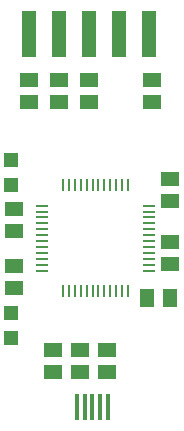
<source format=gtp>
G75*
%MOIN*%
%OFA0B0*%
%FSLAX25Y25*%
%IPPOS*%
%LPD*%
%AMOC8*
5,1,8,0,0,1.08239X$1,22.5*
%
%ADD10R,0.05118X0.05906*%
%ADD11R,0.00787X0.03937*%
%ADD12R,0.03937X0.00787*%
%ADD13R,0.03937X0.00984*%
%ADD14R,0.00984X0.03937*%
%ADD15R,0.06299X0.05118*%
%ADD16R,0.04724X0.04724*%
%ADD17R,0.05000X0.15748*%
%ADD18R,0.01575X0.09055*%
D10*
X0068366Y0063000D03*
X0075847Y0063000D03*
D11*
X0061933Y0065283D03*
X0059965Y0065283D03*
X0057996Y0065283D03*
X0056028Y0065283D03*
X0054059Y0065283D03*
X0052091Y0065283D03*
X0050122Y0065283D03*
X0048154Y0065283D03*
X0046185Y0065283D03*
X0044217Y0065283D03*
X0042248Y0065283D03*
X0040280Y0065283D03*
X0040280Y0100717D03*
X0042248Y0100717D03*
X0044217Y0100717D03*
X0046185Y0100717D03*
X0048154Y0100717D03*
X0050122Y0100717D03*
X0052091Y0100717D03*
X0054059Y0100717D03*
X0056028Y0100717D03*
X0057996Y0100717D03*
X0059965Y0100717D03*
X0061933Y0100717D03*
D12*
X0068823Y0093827D03*
X0068823Y0091858D03*
X0068823Y0089890D03*
X0068823Y0087921D03*
X0068823Y0085953D03*
X0068823Y0083984D03*
X0068823Y0082016D03*
X0068823Y0080047D03*
X0068823Y0078079D03*
X0068823Y0076110D03*
X0068823Y0074142D03*
X0068823Y0072173D03*
X0033390Y0072173D03*
X0033390Y0074142D03*
X0033390Y0076110D03*
X0033390Y0078079D03*
X0033390Y0080047D03*
X0033390Y0082016D03*
X0033390Y0083984D03*
X0033390Y0085953D03*
X0033390Y0087921D03*
X0033390Y0089890D03*
X0033390Y0091858D03*
X0033390Y0093827D03*
D13*
X0033390Y0093827D03*
X0033390Y0091858D03*
X0033390Y0089890D03*
X0033390Y0087921D03*
X0033390Y0085953D03*
X0033390Y0083984D03*
X0033390Y0082016D03*
X0033390Y0080047D03*
X0033390Y0078079D03*
X0033390Y0076110D03*
X0033390Y0074142D03*
X0033390Y0072173D03*
X0068823Y0072173D03*
X0068823Y0074142D03*
X0068823Y0076110D03*
X0068823Y0078079D03*
X0068823Y0080047D03*
X0068823Y0082016D03*
X0068823Y0083984D03*
X0068823Y0085953D03*
X0068823Y0087921D03*
X0068823Y0089890D03*
X0068823Y0091858D03*
X0068823Y0093827D03*
D14*
X0061933Y0100717D03*
X0059965Y0100717D03*
X0057996Y0100717D03*
X0056028Y0100717D03*
X0054059Y0100717D03*
X0052091Y0100717D03*
X0050122Y0100717D03*
X0048154Y0100717D03*
X0046185Y0100717D03*
X0044217Y0100717D03*
X0042248Y0100717D03*
X0040280Y0100717D03*
X0040280Y0065283D03*
X0042248Y0065283D03*
X0044217Y0065283D03*
X0046185Y0065283D03*
X0048154Y0065283D03*
X0050122Y0065283D03*
X0052091Y0065283D03*
X0054059Y0065283D03*
X0056028Y0065283D03*
X0057996Y0065283D03*
X0059965Y0065283D03*
X0061933Y0065283D03*
D15*
X0055107Y0045740D03*
X0055107Y0038260D03*
X0046107Y0038260D03*
X0046107Y0045740D03*
X0037107Y0045740D03*
X0037107Y0038260D03*
X0024107Y0066260D03*
X0024107Y0073740D03*
X0024107Y0085260D03*
X0024107Y0092740D03*
X0029107Y0128260D03*
X0029107Y0135740D03*
X0039107Y0135740D03*
X0039107Y0128260D03*
X0049107Y0128260D03*
X0049107Y0135740D03*
X0070107Y0135740D03*
X0070107Y0128260D03*
X0076107Y0102740D03*
X0076107Y0095260D03*
X0076107Y0081740D03*
X0076107Y0074260D03*
D16*
X0023107Y0049866D03*
X0023107Y0058134D03*
X0023107Y0100866D03*
X0023107Y0109134D03*
D17*
X0029107Y0151000D03*
X0039107Y0151000D03*
X0049107Y0151000D03*
X0059107Y0151000D03*
X0069107Y0151000D03*
D18*
X0055225Y0026654D03*
X0052666Y0026654D03*
X0050107Y0026654D03*
X0047547Y0026654D03*
X0044988Y0026654D03*
M02*

</source>
